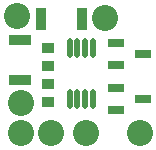
<source format=gts>
%FSLAX25Y25*%
%MOIN*%
G70*
G01*
G75*
G04 Layer_Color=8388736*
%ADD10R,0.04528X0.02362*%
%ADD11R,0.02953X0.06693*%
%ADD12O,0.01772X0.06299*%
%ADD13R,0.03543X0.02756*%
%ADD14R,0.06693X0.02953*%
%ADD15C,0.01400*%
%ADD16C,0.01000*%
%ADD17C,0.07874*%
%ADD18C,0.00984*%
%ADD19C,0.01575*%
%ADD20C,0.00787*%
%ADD21C,0.00600*%
%ADD22R,0.05328X0.03162*%
%ADD23R,0.03753X0.07493*%
%ADD24O,0.02008X0.06535*%
%ADD25R,0.04343X0.03556*%
%ADD26R,0.07493X0.03753*%
%ADD27C,0.08674*%
D22*
X39071Y37740D02*
D03*
Y30260D02*
D03*
X47929Y34000D02*
D03*
X39071Y22740D02*
D03*
Y15260D02*
D03*
X47929Y19000D02*
D03*
D23*
X27791Y45500D02*
D03*
X14209D02*
D03*
D24*
X23661Y19134D02*
D03*
X26221D02*
D03*
X28780D02*
D03*
X31339D02*
D03*
X23661Y35866D02*
D03*
X26221D02*
D03*
X28780D02*
D03*
X31339D02*
D03*
D25*
X16500Y30047D02*
D03*
Y35953D02*
D03*
X16500Y23953D02*
D03*
Y18047D02*
D03*
D26*
X7000Y25209D02*
D03*
Y38791D02*
D03*
D27*
X17500Y7500D02*
D03*
X29000D02*
D03*
X6000Y46500D02*
D03*
X47000Y7500D02*
D03*
X35500Y46000D02*
D03*
X7500Y17500D02*
D03*
Y7500D02*
D03*
M02*

</source>
